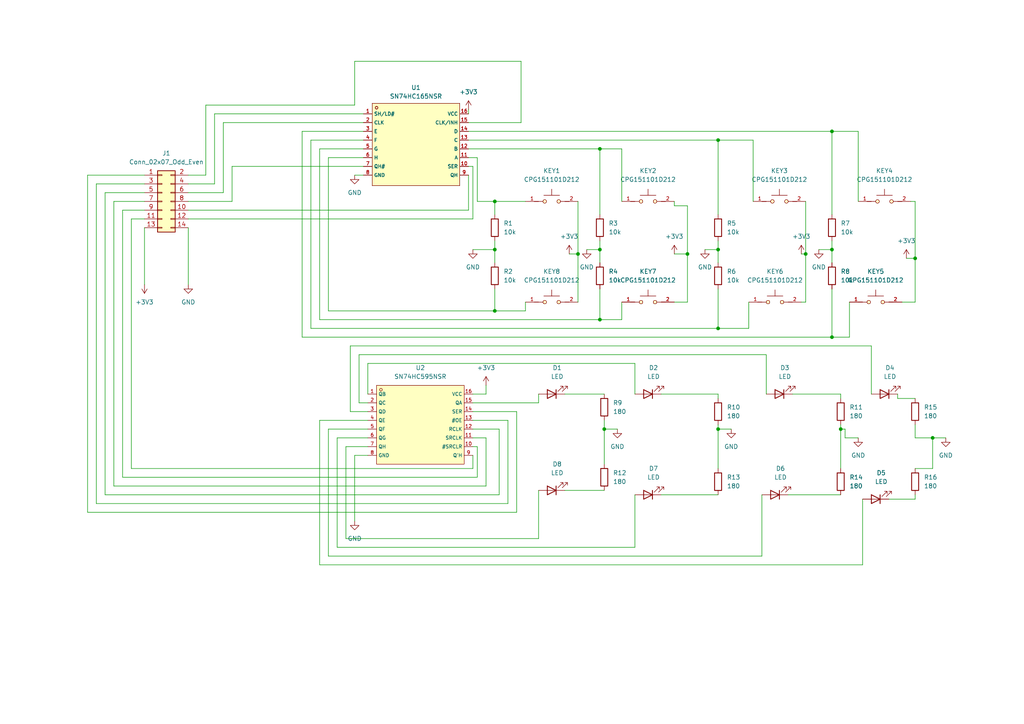
<source format=kicad_sch>
(kicad_sch (version 20230121) (generator eeschema)
  (paper "A4")
  (lib_symbols
    (symbol "CPG151101D212:CPG151101D212" (pin_names hide)
      (property "Reference" "KEY" (at 0 1.27 0))
      (property "Value" "CPG151101D212" (at 0 -2.54 0))
      (symbol "CPG151101D212_0_1"
        (circle (center -2.032 -2.54) (radius 0.508) (fill (type background)))
        (polyline (pts (xy -5.08 -2.54) (xy -2.54 -2.54)))
        (polyline (pts (xy -2.286 -0.762) (xy 2.286 -0.762)))
        (polyline (pts (xy 0 -0.762) (xy 0 1.016)))
        (polyline (pts (xy 5.08 -2.54) (xy 2.54 -2.54)))
        (circle (center 2.032 -2.54) (radius 0.508) (fill (type background)))
        (pin unspecified line (at -7.62 -2.54 0) (length 3.81) (name "1") (number "1"))
        (pin unspecified line (at 7.62 -2.54 180) (length 3.81) (name "2") (number "2"))
      )
    )
    (symbol "Connector_Generic:Conn_02x07_Odd_Even" (pin_names (offset 1.016) hide)
      (property "Reference" "J" (at 1.27 10.16 0))
      (property "Value" "Conn_02x07_Odd_Even" (at 1.27 -10.16 0))
      (symbol "Conn_02x07_Odd_Even_1_1"
        (rectangle (start -1.27 -7.493) (end 0 -7.747) (stroke (width 0.1524)))
        (rectangle (start -1.27 -4.953) (end 0 -5.207) (stroke (width 0.1524)))
        (rectangle (start -1.27 -2.413) (end 0 -2.667) (stroke (width 0.1524)))
        (rectangle (start -1.27 0.127) (end 0 -0.127) (stroke (width 0.1524)))
        (rectangle (start -1.27 2.667) (end 0 2.413) (stroke (width 0.1524)))
        (rectangle (start -1.27 5.207) (end 0 4.953) (stroke (width 0.1524)))
        (rectangle (start -1.27 7.747) (end 0 7.493) (stroke (width 0.1524)))
        (rectangle (start -1.27 8.89) (end 3.81 -8.89) (stroke (width 0.254)) (fill (type background)))
        (rectangle (start 3.81 -7.493) (end 2.54 -7.747) (stroke (width 0.1524)))
        (rectangle (start 3.81 -4.953) (end 2.54 -5.207) (stroke (width 0.1524)))
        (rectangle (start 3.81 -2.413) (end 2.54 -2.667) (stroke (width 0.1524)))
        (rectangle (start 3.81 0.127) (end 2.54 -0.127) (stroke (width 0.1524)))
        (rectangle (start 3.81 2.667) (end 2.54 2.413) (stroke (width 0.1524)))
        (rectangle (start 3.81 5.207) (end 2.54 4.953) (stroke (width 0.1524)))
        (rectangle (start 3.81 7.747) (end 2.54 7.493) (stroke (width 0.1524)))
        (pin passive line (at -5.08 7.62 0) (length 3.81) (name "Pin_1") (number "1"))
        (pin passive line (at 7.62 -2.54 180) (length 3.81) (name "Pin_10") (number "10"))
        (pin passive line (at -5.08 -5.08 0) (length 3.81) (name "Pin_11") (number "11"))
        (pin passive line (at 7.62 -5.08 180) (length 3.81) (name "Pin_12") (number "12"))
        (pin passive line (at -5.08 -7.62 0) (length 3.81) (name "Pin_13") (number "13"))
        (pin passive line (at 7.62 -7.62 180) (length 3.81) (name "Pin_14") (number "14"))
        (pin passive line (at 7.62 7.62 180) (length 3.81) (name "Pin_2") (number "2"))
        (pin passive line (at -5.08 5.08 0) (length 3.81) (name "Pin_3") (number "3"))
        (pin passive line (at 7.62 5.08 180) (length 3.81) (name "Pin_4") (number "4"))
        (pin passive line (at -5.08 2.54 0) (length 3.81) (name "Pin_5") (number "5"))
        (pin passive line (at 7.62 2.54 180) (length 3.81) (name "Pin_6") (number "6"))
        (pin passive line (at -5.08 0 0) (length 3.81) (name "Pin_7") (number "7"))
        (pin passive line (at 7.62 0 180) (length 3.81) (name "Pin_8") (number "8"))
        (pin passive line (at -5.08 -2.54 0) (length 3.81) (name "Pin_9") (number "9"))
      )
    )
    (symbol "Device:LED" (pin_numbers hide) (pin_names (offset 1.016) hide)
      (property "Reference" "D" (at 0 2.54 0))
      (property "Value" "LED" (at 0 -2.54 0))
      (symbol "LED_0_1"
        (polyline (pts (xy -1.27 -1.27) (xy -1.27 1.27)) (stroke (width 0.254)))
        (polyline (pts (xy -1.27 0) (xy 1.27 0)))
        (polyline (pts (xy 1.27 -1.27) (xy 1.27 1.27) (xy -1.27 0) (xy 1.27 -1.27)) (stroke (width 0.254)))
        (polyline (pts (xy -3.048 -0.762) (xy -4.572 -2.286) (xy -3.81 -2.286) (xy -4.572 -2.286) (xy -4.572 -1.524)))
        (polyline (pts (xy -1.778 -0.762) (xy -3.302 -2.286) (xy -2.54 -2.286) (xy -3.302 -2.286) (xy -3.302 -1.524)))
      )
      (symbol "LED_1_1"
        (pin passive line (at -3.81 0 0) (length 2.54) (name "K") (number "1"))
        (pin passive line (at 3.81 0 180) (length 2.54) (name "A") (number "2"))
      )
    )
    (symbol "Device:R" (pin_numbers hide) (pin_names (offset 0))
      (property "Reference" "R" (at 2.032 0 90))
      (property "Value" "R" (at 0 0 90))
      (symbol "R_0_1"
        (rectangle (start -1.016 -2.54) (end 1.016 2.54) (stroke (width 0.254)))
      )
      (symbol "R_1_1"
        (pin passive line (at 0 3.81 270) (length 1.27) (name "~") (number "1"))
        (pin passive line (at 0 -3.81 90) (length 1.27) (name "~") (number "2"))
      )
    )
    (symbol "SN74HC165NSR:SN74HC165NSR"
      (property "Reference" "U" (at 0 1.27 0))
      (property "Value" "SN74HC165NSR" (at 0 -2.54 0))
      (symbol "SN74HC165NSR_0_1"
        (rectangle (start -12.7 11.938) (end 12.7 -11.938) (fill (type background)))
        (circle (center -11.43 10.668) (radius 0.381) (fill (type background)))
        (circle (center -11.43 10.668) (radius 0.381) (fill (type background)))
        (pin unspecified line (at -15.24 8.89 0) (length 2.54) (name "SH/LD#") (number "1"))
        (pin unspecified line (at 15.24 -6.35 180) (length 2.54) (name "SER") (number "10"))
        (pin unspecified line (at 15.24 -3.81 180) (length 2.54) (name "A") (number "11"))
        (pin unspecified line (at 15.24 -1.27 180) (length 2.54) (name "B") (number "12"))
        (pin unspecified line (at 15.24 1.27 180) (length 2.54) (name "C") (number "13"))
        (pin unspecified line (at 15.24 3.81 180) (length 2.54) (name "D") (number "14"))
        (pin unspecified line (at 15.24 6.35 180) (length 2.54) (name "CLK/INH") (number "15"))
        (pin unspecified line (at 15.24 8.89 180) (length 2.54) (name "VCC") (number "16"))
        (pin unspecified line (at -15.24 6.35 0) (length 2.54) (name "CLK") (number "2"))
        (pin unspecified line (at -15.24 3.81 0) (length 2.54) (name "E") (number "3"))
        (pin unspecified line (at -15.24 1.27 0) (length 2.54) (name "F") (number "4"))
        (pin unspecified line (at -15.24 -1.27 0) (length 2.54) (name "G") (number "5"))
        (pin unspecified line (at -15.24 -3.81 0) (length 2.54) (name "H") (number "6"))
        (pin unspecified line (at -15.24 -6.35 0) (length 2.54) (name "QH#") (number "7"))
        (pin unspecified line (at -15.24 -8.89 0) (length 2.54) (name "GND") (number "8"))
        (pin unspecified line (at 15.24 -8.89 180) (length 2.54) (name "QH") (number "9"))
      )
    )
    (symbol "SN74HC595NSR:SN74HC595NSR"
      (property "Reference" "U" (at 0 1.27 0))
      (property "Value" "SN74HC595NSR" (at 0 -2.54 0))
      (symbol "SN74HC595NSR_0_1"
        (rectangle (start -12.7 11.43) (end 12.7 -11.43) (fill (type background)))
        (circle (center -11.43 10.16) (radius 0.381) (fill (type background)))
        (pin unspecified line (at -15.24 8.89 0) (length 2.54) (name "QB") (number "1"))
        (pin unspecified line (at 15.24 -6.35 180) (length 2.54) (name "#SRCLR") (number "10"))
        (pin unspecified line (at 15.24 -3.81 180) (length 2.54) (name "SRCLK") (number "11"))
        (pin unspecified line (at 15.24 -1.27 180) (length 2.54) (name "RCLK") (number "12"))
        (pin unspecified line (at 15.24 1.27 180) (length 2.54) (name "#OE") (number "13"))
        (pin unspecified line (at 15.24 3.81 180) (length 2.54) (name "SER") (number "14"))
        (pin unspecified line (at 15.24 6.35 180) (length 2.54) (name "QA") (number "15"))
        (pin unspecified line (at 15.24 8.89 180) (length 2.54) (name "VCC") (number "16"))
        (pin unspecified line (at -15.24 6.35 0) (length 2.54) (name "QC") (number "2"))
        (pin unspecified line (at -15.24 3.81 0) (length 2.54) (name "QD") (number "3"))
        (pin unspecified line (at -15.24 1.27 0) (length 2.54) (name "QE") (number "4"))
        (pin unspecified line (at -15.24 -1.27 0) (length 2.54) (name "QF") (number "5"))
        (pin unspecified line (at -15.24 -3.81 0) (length 2.54) (name "QG") (number "6"))
        (pin unspecified line (at -15.24 -6.35 0) (length 2.54) (name "QH") (number "7"))
        (pin unspecified line (at -15.24 -8.89 0) (length 2.54) (name "GND") (number "8"))
        (pin unspecified line (at 15.24 -8.89 180) (length 2.54) (name "Q'H") (number "9"))
      )
    )
    (symbol "power:+3V3" (power) (pin_names (offset 0))
      (property "Value" "+3V3" (at 0 3.556 0))
      (symbol "+3V3_0_1"
        (polyline (pts (xy -0.762 1.27) (xy 0 2.54)))
        (polyline (pts (xy 0 0) (xy 0 2.54)))
        (polyline (pts (xy 0 2.54) (xy 0.762 1.27)))
      )
      (symbol "+3V3_1_1"
        (pin power_in line (at 0 0 90) (length 0) hide (name "+3V3") (number "1"))
      )
    )
    (symbol "power:GND" (power) (pin_names (offset 0))
      (property "Value" "GND" (at 0 -3.81 0))
      (symbol "GND_0_1"
        (polyline (pts (xy 0 0) (xy 0 -1.27) (xy 1.27 -1.27) (xy 0 -2.54) (xy -1.27 -1.27) (xy 0 -1.27)))
      )
      (symbol "GND_1_1"
        (pin power_in line (at 0 0 270) (length 0) hide (name "GND") (number "1"))
      )
    )
  )
  (junction (at 143.51 90.17))
  (junction (at 241.3 97.79))
  (junction (at 167.64 73.66))
  (junction (at 233.68 73.66))
  (junction (at 143.51 58.42))
  (junction (at 208.28 72.39))
  (junction (at 270.51 127))
  (junction (at 241.3 72.39))
  (junction (at 208.28 124.46))
  (junction (at 175.26 124.46))
  (junction (at 208.28 95.25))
  (junction (at 243.84 124.46))
  (junction (at 199.39 73.66))
  (junction (at 143.51 72.39))
  (junction (at 241.3 38.1))
  (junction (at 265.43 74.93))
  (junction (at 173.99 72.39))
  (junction (at 173.99 92.71))
  (junction (at 173.99 43.18))
  (junction (at 208.28 40.64))
  (wire (pts (xy 265.43 58.42) (xy 265.43 74.93)))
  (wire (pts (xy 173.99 69.85) (xy 173.99 72.39)))
  (wire (pts (xy 35.56 138.43) (xy 35.56 60.96)))
  (wire (pts (xy 137.16 121.92) (xy 147.32 121.92)))
  (wire (pts (xy 143.51 72.39) (xy 137.16 72.39)))
  (wire (pts (xy 199.39 87.63) (xy 199.39 73.66)))
  (wire (pts (xy 92.71 121.92) (xy 92.71 163.83)))
  (wire (pts (xy 228.6 143.51) (xy 243.84 143.51)))
  (wire (pts (xy 104.14 102.87) (xy 222.25 102.87)))
  (wire (pts (xy 156.21 156.21) (xy 100.33 156.21)))
  (wire (pts (xy 167.64 73.66) (xy 167.64 87.63)))
  (wire (pts (xy 135.89 38.1) (xy 241.3 38.1)))
  (wire (pts (xy 243.84 123.19) (xy 243.84 124.46)))
  (wire (pts (xy 147.32 121.92) (xy 147.32 146.05)))
  (wire (pts (xy 173.99 92.71) (xy 92.71 92.71)))
  (wire (pts (xy 106.68 114.3) (xy 106.68 105.41)))
  (wire (pts (xy 212.09 124.46) (xy 208.28 124.46)))
  (wire (pts (xy 143.51 72.39) (xy 143.51 76.2)))
  (wire (pts (xy 173.99 72.39) (xy 170.18 72.39)))
  (wire (pts (xy 38.1 135.89) (xy 38.1 63.5)))
  (wire (pts (xy 241.3 97.79) (xy 87.63 97.79)))
  (wire (pts (xy 38.1 63.5) (xy 41.91 63.5)))
  (wire (pts (xy 199.39 59.69) (xy 199.39 73.66)))
  (wire (pts (xy 195.58 59.69) (xy 199.39 59.69)))
  (wire (pts (xy 264.16 58.42) (xy 265.43 58.42)))
  (wire (pts (xy 208.28 123.19) (xy 208.28 124.46)))
  (wire (pts (xy 241.3 38.1) (xy 248.92 38.1)))
  (wire (pts (xy 208.28 124.46) (xy 208.28 135.89)))
  (wire (pts (xy 33.02 140.97) (xy 33.02 58.42)))
  (wire (pts (xy 218.44 40.64) (xy 208.28 40.64)))
  (wire (pts (xy 163.83 142.24) (xy 175.26 142.24)))
  (wire (pts (xy 25.4 148.59) (xy 25.4 50.8)))
  (wire (pts (xy 152.4 87.63) (xy 152.4 90.17)))
  (wire (pts (xy 137.16 129.54) (xy 138.43 129.54)))
  (wire (pts (xy 167.64 73.66) (xy 165.1 73.66)))
  (wire (pts (xy 140.97 114.3) (xy 140.97 111.76)))
  (wire (pts (xy 38.1 135.89) (xy 137.16 135.89)))
  (wire (pts (xy 30.48 143.51) (xy 30.48 55.88)))
  (wire (pts (xy 233.68 87.63) (xy 233.68 73.66)))
  (wire (pts (xy 175.26 124.46) (xy 175.26 134.62)))
  (wire (pts (xy 151.13 17.78) (xy 102.87 17.78)))
  (wire (pts (xy 233.68 58.42) (xy 233.68 73.66)))
  (wire (pts (xy 41.91 66.04) (xy 41.91 82.55)))
  (wire (pts (xy 195.58 87.63) (xy 199.39 87.63)))
  (wire (pts (xy 105.41 33.02) (xy 62.23 33.02)))
  (wire (pts (xy 175.26 121.92) (xy 175.26 124.46)))
  (wire (pts (xy 54.61 66.04) (xy 54.61 82.55)))
  (wire (pts (xy 97.79 127) (xy 106.68 127)))
  (wire (pts (xy 106.68 116.84) (xy 104.14 116.84)))
  (wire (pts (xy 90.17 95.25) (xy 90.17 40.64)))
  (wire (pts (xy 246.38 97.79) (xy 246.38 87.63)))
  (wire (pts (xy 149.86 119.38) (xy 137.16 119.38)))
  (wire (pts (xy 265.43 135.89) (xy 270.51 135.89)))
  (wire (pts (xy 144.78 124.46) (xy 144.78 143.51)))
  (wire (pts (xy 102.87 50.8) (xy 105.41 50.8)))
  (wire (pts (xy 62.23 33.02) (xy 62.23 53.34)))
  (wire (pts (xy 241.3 62.23) (xy 241.3 38.1)))
  (wire (pts (xy 59.69 50.8) (xy 54.61 50.8)))
  (wire (pts (xy 105.41 35.56) (xy 64.77 35.56)))
  (wire (pts (xy 143.51 58.42) (xy 143.51 62.23)))
  (wire (pts (xy 137.16 124.46) (xy 144.78 124.46)))
  (wire (pts (xy 208.28 83.82) (xy 208.28 95.25)))
  (wire (pts (xy 252.73 114.3) (xy 252.73 100.33)))
  (wire (pts (xy 184.15 105.41) (xy 184.15 114.3)))
  (wire (pts (xy 156.21 116.84) (xy 156.21 114.3)))
  (wire (pts (xy 62.23 53.34) (xy 54.61 53.34)))
  (wire (pts (xy 137.16 48.26) (xy 137.16 63.5)))
  (wire (pts (xy 180.34 43.18) (xy 173.99 43.18)))
  (wire (pts (xy 270.51 135.89) (xy 270.51 127)))
  (wire (pts (xy 25.4 50.8) (xy 41.91 50.8)))
  (wire (pts (xy 137.16 116.84) (xy 156.21 116.84)))
  (wire (pts (xy 248.92 58.42) (xy 248.92 38.1)))
  (wire (pts (xy 173.99 43.18) (xy 173.99 62.23)))
  (wire (pts (xy 270.51 127) (xy 265.43 127)))
  (wire (pts (xy 67.31 58.42) (xy 54.61 58.42)))
  (wire (pts (xy 241.3 83.82) (xy 241.3 97.79)))
  (wire (pts (xy 95.25 124.46) (xy 95.25 161.29)))
  (wire (pts (xy 208.28 72.39) (xy 204.47 72.39)))
  (wire (pts (xy 217.17 95.25) (xy 208.28 95.25)))
  (wire (pts (xy 265.43 127) (xy 265.43 123.19)))
  (wire (pts (xy 106.68 105.41) (xy 184.15 105.41)))
  (wire (pts (xy 191.77 143.51) (xy 208.28 143.51)))
  (wire (pts (xy 265.43 115.57) (xy 260.35 115.57)))
  (wire (pts (xy 102.87 132.08) (xy 102.87 151.13)))
  (wire (pts (xy 33.02 58.42) (xy 41.91 58.42)))
  (wire (pts (xy 135.89 33.02) (xy 135.89 31.75)))
  (wire (pts (xy 248.92 127) (xy 245.11 127)))
  (wire (pts (xy 143.51 58.42) (xy 152.4 58.42)))
  (wire (pts (xy 102.87 17.78) (xy 102.87 30.48)))
  (wire (pts (xy 173.99 43.18) (xy 135.89 43.18)))
  (wire (pts (xy 195.58 58.42) (xy 195.58 59.69)))
  (wire (pts (xy 218.44 58.42) (xy 218.44 40.64)))
  (wire (pts (xy 252.73 100.33) (xy 101.6 100.33)))
  (wire (pts (xy 143.51 83.82) (xy 143.51 90.17)))
  (wire (pts (xy 101.6 119.38) (xy 106.68 119.38)))
  (wire (pts (xy 260.35 115.57) (xy 260.35 114.3)))
  (wire (pts (xy 156.21 142.24) (xy 156.21 156.21)))
  (wire (pts (xy 265.43 87.63) (xy 265.43 74.93)))
  (wire (pts (xy 100.33 129.54) (xy 100.33 156.21)))
  (wire (pts (xy 143.51 90.17) (xy 95.25 90.17)))
  (wire (pts (xy 102.87 30.48) (xy 59.69 30.48)))
  (wire (pts (xy 95.25 124.46) (xy 106.68 124.46)))
  (wire (pts (xy 92.71 163.83) (xy 250.19 163.83)))
  (wire (pts (xy 180.34 58.42) (xy 180.34 43.18)))
  (wire (pts (xy 222.25 102.87) (xy 222.25 114.3)))
  (wire (pts (xy 250.19 144.78) (xy 250.19 163.83)))
  (wire (pts (xy 135.89 60.96) (xy 54.61 60.96)))
  (wire (pts (xy 35.56 138.43) (xy 138.43 138.43)))
  (wire (pts (xy 245.11 127) (xy 245.11 124.46)))
  (wire (pts (xy 229.87 114.3) (xy 243.84 114.3)))
  (wire (pts (xy 27.94 146.05) (xy 147.32 146.05)))
  (wire (pts (xy 135.89 45.72) (xy 138.43 45.72)))
  (wire (pts (xy 135.89 48.26) (xy 137.16 48.26)))
  (wire (pts (xy 138.43 129.54) (xy 138.43 138.43)))
  (wire (pts (xy 265.43 144.78) (xy 265.43 143.51)))
  (wire (pts (xy 97.79 127) (xy 97.79 158.75)))
  (wire (pts (xy 167.64 58.42) (xy 167.64 73.66)))
  (wire (pts (xy 233.68 73.66) (xy 232.41 73.66)))
  (wire (pts (xy 35.56 60.96) (xy 41.91 60.96)))
  (wire (pts (xy 104.14 116.84) (xy 104.14 102.87)))
  (wire (pts (xy 208.28 76.2) (xy 208.28 72.39)))
  (wire (pts (xy 184.15 158.75) (xy 97.79 158.75)))
  (wire (pts (xy 138.43 58.42) (xy 143.51 58.42)))
  (wire (pts (xy 140.97 127) (xy 140.97 140.97)))
  (wire (pts (xy 208.28 40.64) (xy 208.28 62.23)))
  (wire (pts (xy 246.38 97.79) (xy 241.3 97.79)))
  (wire (pts (xy 208.28 69.85) (xy 208.28 72.39)))
  (wire (pts (xy 220.98 143.51) (xy 220.98 161.29)))
  (wire (pts (xy 87.63 97.79) (xy 87.63 38.1)))
  (wire (pts (xy 241.3 72.39) (xy 237.49 72.39)))
  (wire (pts (xy 243.84 114.3) (xy 243.84 115.57)))
  (wire (pts (xy 95.25 45.72) (xy 105.41 45.72)))
  (wire (pts (xy 180.34 92.71) (xy 173.99 92.71)))
  (wire (pts (xy 106.68 132.08) (xy 102.87 132.08)))
  (wire (pts (xy 137.16 63.5) (xy 54.61 63.5)))
  (wire (pts (xy 95.25 90.17) (xy 95.25 45.72)))
  (wire (pts (xy 208.28 40.64) (xy 135.89 40.64)))
  (wire (pts (xy 208.28 114.3) (xy 191.77 114.3)))
  (wire (pts (xy 137.16 127) (xy 140.97 127)))
  (wire (pts (xy 232.41 87.63) (xy 233.68 87.63)))
  (wire (pts (xy 180.34 87.63) (xy 180.34 92.71)))
  (wire (pts (xy 173.99 83.82) (xy 173.99 92.71)))
  (wire (pts (xy 30.48 143.51) (xy 144.78 143.51)))
  (wire (pts (xy 241.3 76.2) (xy 241.3 72.39)))
  (wire (pts (xy 274.32 127) (xy 270.51 127)))
  (wire (pts (xy 208.28 95.25) (xy 90.17 95.25)))
  (wire (pts (xy 25.4 148.59) (xy 149.86 148.59)))
  (wire (pts (xy 87.63 38.1) (xy 105.41 38.1)))
  (wire (pts (xy 92.71 92.71) (xy 92.71 43.18)))
  (wire (pts (xy 173.99 72.39) (xy 173.99 76.2)))
  (wire (pts (xy 138.43 45.72) (xy 138.43 58.42)))
  (wire (pts (xy 33.02 140.97) (xy 140.97 140.97)))
  (wire (pts (xy 179.07 124.46) (xy 175.26 124.46)))
  (wire (pts (xy 257.81 144.78) (xy 265.43 144.78)))
  (wire (pts (xy 143.51 69.85) (xy 143.51 72.39)))
  (wire (pts (xy 92.71 43.18) (xy 105.41 43.18)))
  (wire (pts (xy 137.16 132.08) (xy 137.16 135.89)))
  (wire (pts (xy 100.33 129.54) (xy 106.68 129.54)))
  (wire (pts (xy 195.58 73.66) (xy 199.39 73.66)))
  (wire (pts (xy 106.68 121.92) (xy 92.71 121.92)))
  (wire (pts (xy 90.17 40.64) (xy 105.41 40.64)))
  (wire (pts (xy 163.83 114.3) (xy 175.26 114.3)))
  (wire (pts (xy 137.16 114.3) (xy 140.97 114.3)))
  (wire (pts (xy 241.3 69.85) (xy 241.3 72.39)))
  (wire (pts (xy 27.94 146.05) (xy 27.94 53.34)))
  (wire (pts (xy 208.28 115.57) (xy 208.28 114.3)))
  (wire (pts (xy 30.48 55.88) (xy 41.91 55.88)))
  (wire (pts (xy 64.77 55.88) (xy 54.61 55.88)))
  (wire (pts (xy 220.98 161.29) (xy 95.25 161.29)))
  (wire (pts (xy 217.17 87.63) (xy 217.17 95.25)))
  (wire (pts (xy 105.41 48.26) (xy 67.31 48.26)))
  (wire (pts (xy 27.94 53.34) (xy 41.91 53.34)))
  (wire (pts (xy 64.77 35.56) (xy 64.77 55.88)))
  (wire (pts (xy 67.31 48.26) (xy 67.31 58.42)))
  (wire (pts (xy 135.89 35.56) (xy 151.13 35.56)))
  (wire (pts (xy 135.89 50.8) (xy 135.89 60.96)))
  (wire (pts (xy 245.11 124.46) (xy 243.84 124.46)))
  (wire (pts (xy 152.4 90.17) (xy 143.51 90.17)))
  (wire (pts (xy 243.84 124.46) (xy 243.84 135.89)))
  (wire (pts (xy 265.43 74.93) (xy 262.89 74.93)))
  (wire (pts (xy 149.86 148.59) (xy 149.86 119.38)))
  (wire (pts (xy 101.6 100.33) (xy 101.6 119.38)))
  (wire (pts (xy 151.13 35.56) (xy 151.13 17.78)))
  (wire (pts (xy 59.69 30.48) (xy 59.69 50.8)))
  (wire (pts (xy 184.15 143.51) (xy 184.15 158.75)))
  (wire (pts (xy 261.62 87.63) (xy 265.43 87.63)))
  (symbol (lib_id "power:+3V3") (at 262.89 74.93 0) (unit 1)
    (property "Reference" "#PWR07" (effects hide))
    (property "Value" "+3V3" (at 262.89 69.85 0))
  )
  (symbol (lib_id "Device:R") (at 243.84 119.38 0) (unit 1)
    (property "Reference" "R11" (at 246.38 118.11 0) (effects (justify left)))
    (property "Value" "180" (at 246.38 120.65 0) (effects (justify left)))
    (property "Footprint" "Resistor_SMD:R_0201_0603Metric" (effects hide))
  )
  (symbol (lib_id "Device:LED") (at 254 144.78 180) (unit 1)
    (property "Reference" "D5" (at 255.5875 137.16 0))
    (property "Value" "LED" (at 255.5875 139.7 0))
    (property "Footprint" "LED_SMD:LED_1206_3216Metric" (effects hide))
  )
  (symbol (lib_id "CPG151101D212:CPG151101D212") (at 254 85.09 0) (unit 1)
    (property "Reference" "KEY5" (at 254 78.74 0))
    (property "Value" "CPG151101D212" (at 254 81.28 0))
    (property "Footprint" "footprint:KEY-TH_CPG151101D21X" (effects hide))
    (property "Datasheet" "https://item.szlcsc.com/383997.html" (effects hide))
    (property "LCSC" "C400234" (effects hide))
  )
  (symbol (lib_id "SN74HC165NSR:SN74HC165NSR") (at 120.65 41.91 0) (unit 1)
    (property "Reference" "U1" (at 120.65 25.4 0))
    (property "Value" "SN74HC165NSR" (at 120.65 27.94 0))
    (property "Footprint" "footprint:SOP-16_L10.3-W5.4-P1.27-LS7.8-BL" (effects hide))
    (property "Datasheet" "https://item.szlcsc.com/108111.html?ref=editor&logined=true" (effects hide))
    (property "LCSC" "C129935" (effects hide))
  )
  (symbol (lib_id "power:GND") (at 170.18 72.39 0) (unit 1)
    (property "Reference" "#PWR04" (effects hide))
    (property "Value" "GND" (at 170.18 77.47 0))
  )
  (symbol (lib_id "power:GND") (at 237.49 72.39 0) (unit 1)
    (property "Reference" "#PWR06" (effects hide))
    (property "Value" "GND" (at 237.49 77.47 0))
  )
  (symbol (lib_id "Device:LED") (at 187.96 143.51 180) (unit 1)
    (property "Reference" "D7" (at 189.5475 135.89 0))
    (property "Value" "LED" (at 189.5475 138.43 0))
    (property "Footprint" "LED_SMD:LED_1206_3216Metric" (effects hide))
  )
  (symbol (lib_id "SN74HC595NSR:SN74HC595NSR") (at 121.92 123.19 0) (unit 1)
    (property "Reference" "U2" (at 121.92 106.68 0))
    (property "Value" "SN74HC595NSR" (at 121.92 109.22 0))
    (property "Footprint" "footprint:SOP-16_L10.3-W5.4-P1.27-LS7.8-BL" (effects hide))
    (property "Datasheet" "https://item.szlcsc.com/108111.html?ref=editor&logined=true" (effects hide))
    (property "LCSC" "C191873" (effects hide))
  )
  (symbol (lib_id "Device:LED") (at 226.06 114.3 180) (unit 1)
    (property "Reference" "D3" (at 227.6475 106.68 0))
    (property "Value" "LED" (at 227.6475 109.22 0))
    (property "Footprint" "LED_SMD:LED_1206_3216Metric" (effects hide))
  )
  (symbol (lib_id "CPG151101D212:CPG151101D212") (at 187.96 85.09 0) (unit 1)
    (property "Reference" "KEY7" (at 187.96 78.74 0))
    (property "Value" "CPG151101D212" (at 187.96 81.28 0))
    (property "Footprint" "footprint:KEY-TH_CPG151101D21X" (effects hide))
    (property "Datasheet" "https://item.szlcsc.com/383997.html" (effects hide))
    (property "LCSC" "C400234" (effects hide))
  )
  (symbol (lib_id "Device:R") (at 175.26 118.11 0) (unit 1)
    (property "Reference" "R9" (at 177.8 116.84 0) (effects (justify left)))
    (property "Value" "180" (at 177.8 119.38 0) (effects (justify left)))
    (property "Footprint" "Resistor_SMD:R_0201_0603Metric" (effects hide))
  )
  (symbol (lib_id "power:GND") (at 204.47 72.39 0) (unit 1)
    (property "Reference" "#PWR05" (effects hide))
    (property "Value" "GND" (at 204.47 77.47 0))
  )
  (symbol (lib_id "Device:LED") (at 160.02 142.24 180) (unit 1)
    (property "Reference" "D8" (at 161.6075 134.62 0))
    (property "Value" "LED" (at 161.6075 137.16 0))
    (property "Footprint" "LED_SMD:LED_1206_3216Metric" (effects hide))
  )
  (symbol (lib_id "power:+3V3") (at 41.91 82.55 180) (unit 1)
    (property "Reference" "#PWR018" (effects hide))
    (property "Value" "+3V3" (at 41.91 87.63 0))
  )
  (symbol (lib_id "CPG151101D212:CPG151101D212") (at 160.02 55.88 0) (unit 1)
    (property "Reference" "KEY1" (at 160.02 49.53 0))
    (property "Value" "CPG151101D212" (at 160.02 52.07 0))
    (property "Footprint" "footprint:KEY-TH_CPG151101D21X" (effects hide))
    (property "Datasheet" "https://item.szlcsc.com/383997.html" (effects hide))
    (property "LCSC" "C400234" (effects hide))
  )
  (symbol (lib_id "power:GND") (at 212.09 124.46 0) (unit 1)
    (property "Reference" "#PWR014" (effects hide))
    (property "Value" "GND" (at 212.09 129.54 0))
  )
  (symbol (lib_id "Device:R") (at 208.28 139.7 0) (unit 1)
    (property "Reference" "R13" (at 210.82 138.43 0) (effects (justify left)))
    (property "Value" "180" (at 210.82 140.97 0) (effects (justify left)))
    (property "Footprint" "Resistor_SMD:R_0201_0603Metric" (effects hide))
  )
  (symbol (lib_id "power:+3V3") (at 165.1 73.66 0) (unit 1)
    (property "Reference" "#PWR010" (effects hide))
    (property "Value" "+3V3" (at 165.1 68.58 0))
  )
  (symbol (lib_id "power:GND") (at 248.92 127 0) (unit 1)
    (property "Reference" "#PWR015" (effects hide))
    (property "Value" "GND" (at 248.92 132.08 0))
  )
  (symbol (lib_id "Device:R") (at 143.51 80.01 0) (unit 1)
    (property "Reference" "R2" (at 146.05 78.74 0) (effects (justify left)))
    (property "Value" "10k" (at 146.05 81.28 0) (effects (justify left)))
    (property "Footprint" "Resistor_SMD:R_0201_0603Metric" (effects hide))
  )
  (symbol (lib_id "Device:LED") (at 224.79 143.51 180) (unit 1)
    (property "Reference" "D6" (at 226.3775 135.89 0))
    (property "Value" "LED" (at 226.3775 138.43 0))
    (property "Footprint" "LED_SMD:LED_1206_3216Metric" (effects hide))
  )
  (symbol (lib_id "Device:LED") (at 160.02 114.3 180) (unit 1)
    (property "Reference" "D1" (at 161.6075 106.68 0))
    (property "Value" "LED" (at 161.6075 109.22 0))
    (property "Footprint" "LED_SMD:LED_1206_3216Metric" (effects hide))
  )
  (symbol (lib_id "Device:R") (at 241.3 80.01 0) (unit 1)
    (property "Reference" "R8" (at 243.84 78.74 0) (effects (justify left)))
    (property "Value" "10k" (at 243.84 81.28 0) (effects (justify left)))
    (property "Footprint" "Resistor_SMD:R_0201_0603Metric" (effects hide))
  )
  (symbol (lib_id "power:GND") (at 102.87 151.13 0) (unit 1)
    (property "Reference" "#PWR012" (effects hide))
    (property "Value" "GND" (at 102.87 156.21 0))
  )
  (symbol (lib_id "CPG151101D212:CPG151101D212") (at 256.54 55.88 0) (unit 1)
    (property "Reference" "KEY4" (at 256.54 49.53 0))
    (property "Value" "CPG151101D212" (at 256.54 52.07 0))
    (property "Footprint" "footprint:KEY-TH_CPG151101D21X" (effects hide))
    (property "Datasheet" "https://item.szlcsc.com/383997.html" (effects hide))
    (property "LCSC" "C400234" (effects hide))
  )
  (symbol (lib_id "Device:R") (at 173.99 66.04 0) (unit 1)
    (property "Reference" "R3" (at 176.53 64.77 0) (effects (justify left)))
    (property "Value" "10k" (at 176.53 67.31 0) (effects (justify left)))
    (property "Footprint" "Resistor_SMD:R_0201_0603Metric" (effects hide))
  )
  (symbol (lib_id "power:+3V3") (at 140.97 111.76 0) (unit 1)
    (property "Reference" "#PWR011" (effects hide))
    (property "Value" "+3V3" (at 140.97 106.68 0))
  )
  (symbol (lib_id "Device:R") (at 143.51 66.04 0) (unit 1)
    (property "Reference" "R1" (at 146.05 64.77 0) (effects (justify left)))
    (property "Value" "10k" (at 146.05 67.31 0) (effects (justify left)))
    (property "Footprint" "Resistor_SMD:R_0201_0603Metric" (effects hide))
  )
  (symbol (lib_id "power:GND") (at 137.16 72.39 0) (unit 1)
    (property "Reference" "#PWR03" (effects hide))
    (property "Value" "GND" (at 137.16 77.47 0))
  )
  (symbol (lib_id "power:+3V3") (at 135.89 31.75 0) (unit 1)
    (property "Reference" "#PWR01" (effects hide))
    (property "Value" "+3V3" (at 135.89 26.67 0))
  )
  (symbol (lib_id "CPG151101D212:CPG151101D212") (at 226.06 55.88 0) (unit 1)
    (property "Reference" "KEY3" (at 226.06 49.53 0))
    (property "Value" "CPG151101D212" (at 226.06 52.07 0))
    (property "Footprint" "footprint:KEY-TH_CPG151101D21X" (effects hide))
    (property "Datasheet" "https://item.szlcsc.com/383997.html" (effects hide))
    (property "LCSC" "C400234" (effects hide))
  )
  (symbol (lib_id "Device:R") (at 208.28 66.04 0) (unit 1)
    (property "Reference" "R5" (at 210.82 64.77 0) (effects (justify left)))
    (property "Value" "10k" (at 210.82 67.31 0) (effects (justify left)))
    (property "Footprint" "Resistor_SMD:R_0201_0603Metric" (effects hide))
  )
  (symbol (lib_id "Device:R") (at 243.84 139.7 0) (unit 1)
    (property "Reference" "R14" (at 246.38 138.43 0) (effects (justify left)))
    (property "Value" "180" (at 246.38 140.97 0) (effects (justify left)))
    (property "Footprint" "Resistor_SMD:R_0201_0603Metric" (effects hide))
  )
  (symbol (lib_id "Device:R") (at 208.28 80.01 0) (unit 1)
    (property "Reference" "R6" (at 210.82 78.74 0) (effects (justify left)))
    (property "Value" "10k" (at 210.82 81.28 0) (effects (justify left)))
    (property "Footprint" "Resistor_SMD:R_0201_0603Metric" (effects hide))
  )
  (symbol (lib_id "Device:R") (at 265.43 119.38 0) (unit 1)
    (property "Reference" "R15" (at 267.97 118.11 0) (effects (justify left)))
    (property "Value" "180" (at 267.97 120.65 0) (effects (justify left)))
    (property "Footprint" "Resistor_SMD:R_0201_0603Metric" (effects hide))
  )
  (symbol (lib_id "Device:R") (at 265.43 139.7 0) (unit 1)
    (property "Reference" "R16" (at 267.97 138.43 0) (effects (justify left)))
    (property "Value" "180" (at 267.97 140.97 0) (effects (justify left)))
    (property "Footprint" "Resistor_SMD:R_0201_0603Metric" (effects hide))
  )
  (symbol (lib_id "CPG151101D212:CPG151101D212") (at 224.79 85.09 0) (unit 1)
    (property "Reference" "KEY6" (at 224.79 78.74 0))
    (property "Value" "CPG151101D212" (at 224.79 81.28 0))
    (property "Footprint" "footprint:KEY-TH_CPG151101D21X" (effects hide))
    (property "Datasheet" "https://item.szlcsc.com/383997.html" (effects hide))
    (property "LCSC" "C400234" (effects hide))
  )
  (symbol (lib_id "Device:R") (at 241.3 66.04 0) (unit 1)
    (property "Reference" "R7" (at 243.84 64.77 0) (effects (justify left)))
    (property "Value" "10k" (at 243.84 67.31 0) (effects (justify left)))
    (property "Footprint" "Resistor_SMD:R_0201_0603Metric" (effects hide))
  )
  (symbol (lib_id "Device:LED") (at 187.96 114.3 180) (unit 1)
    (property "Reference" "D2" (at 189.5475 106.68 0))
    (property "Value" "LED" (at 189.5475 109.22 0))
    (property "Footprint" "LED_SMD:LED_1206_3216Metric" (effects hide))
  )
  (symbol (lib_id "CPG151101D212:CPG151101D212") (at 187.96 55.88 0) (unit 1)
    (property "Reference" "KEY2" (at 187.96 49.53 0))
    (property "Value" "CPG151101D212" (at 187.96 52.07 0))
    (property "Footprint" "footprint:KEY-TH_CPG151101D21X" (effects hide))
    (property "Datasheet" "https://item.szlcsc.com/383997.html" (effects hide))
    (property "LCSC" "C400234" (effects hide))
  )
  (symbol (lib_id "power:GND") (at 274.32 127 0) (unit 1)
    (property "Reference" "#PWR016" (effects hide))
    (property "Value" "GND" (at 274.32 132.08 0))
  )
  (symbol (lib_id "power:GND") (at 54.61 82.55 0) (unit 1)
    (property "Reference" "#PWR017" (effects hide))
    (property "Value" "GND" (at 54.61 87.63 0))
  )
  (symbol (lib_id "Device:LED") (at 256.54 114.3 180) (unit 1)
    (property "Reference" "D4" (at 258.1275 106.68 0))
    (property "Value" "LED" (at 258.1275 109.22 0))
    (property "Footprint" "LED_SMD:LED_1206_3216Metric" (effects hide))
  )
  (symbol (lib_id "Connector_Generic:Conn_02x07_Odd_Even") (at 46.99 58.42 0) (unit 1)
    (property "Reference" "J1" (at 48.26 44.45 0))
    (property "Value" "Conn_02x07_Odd_Even" (at 48.26 46.99 0))
    (property "Footprint" "Connector_PinHeader_2.54mm:PinHeader_2x07_P2.54mm_Vertical_SMD" (effects hide))
  )
  (symbol (lib_id "power:+3V3") (at 195.58 73.66 0) (unit 1)
    (property "Reference" "#PWR09" (effects hide))
    (property "Value" "+3V3" (at 195.58 68.58 0))
  )
  (symbol (lib_id "CPG151101D212:CPG151101D212") (at 160.02 85.09 0) (unit 1)
    (property "Reference" "KEY8" (at 160.02 78.74 0))
    (property "Value" "CPG151101D212" (at 160.02 81.28 0))
    (property "Footprint" "footprint:KEY-TH_CPG151101D21X" (effects hide))
    (property "Datasheet" "https://item.szlcsc.com/383997.html" (effects hide))
    (property "LCSC" "C400234" (effects hide))
  )
  (symbol (lib_id "Device:R") (at 175.26 138.43 0) (unit 1)
    (property "Reference" "R12" (at 177.8 137.16 0) (effects (justify left)))
    (property "Value" "180" (at 177.8 139.7 0) (effects (justify left)))
    (property "Footprint" "Resistor_SMD:R_0201_0603Metric" (effects hide))
  )
  (symbol (lib_id "power:+3V3") (at 232.41 73.66 0) (unit 1)
    (property "Reference" "#PWR08" (effects hide))
    (property "Value" "+3V3" (at 232.41 68.58 0))
  )
  (symbol (lib_id "Device:R") (at 173.99 80.01 0) (unit 1)
    (property "Reference" "R4" (at 176.53 78.74 0) (effects (justify left)))
    (property "Value" "10k" (at 176.53 81.28 0) (effects (justify left)))
    (property "Footprint" "Resistor_SMD:R_0201_0603Metric" (effects hide))
  )
  (symbol (lib_id "power:GND") (at 102.87 50.8 0) (unit 1)
    (property "Reference" "#PWR02" (effects hide))
    (property "Value" "GND" (at 102.87 55.88 0))
  )
  (symbol (lib_id "Device:R") (at 208.28 119.38 0) (unit 1)
    (property "Reference" "R10" (at 210.82 118.11 0) (effects (justify left)))
    (property "Value" "180" (at 210.82 120.65 0) (effects (justify left)))
    (property "Footprint" "Resistor_SMD:R_0201_0603Metric" (effects hide))
  )
  (symbol (lib_id "power:GND") (at 179.07 124.46 0) (unit 1)
    (property "Reference" "#PWR013" (effects hide))
    (property "Value" "GND" (at 179.07 129.54 0))
  )
)
</source>
